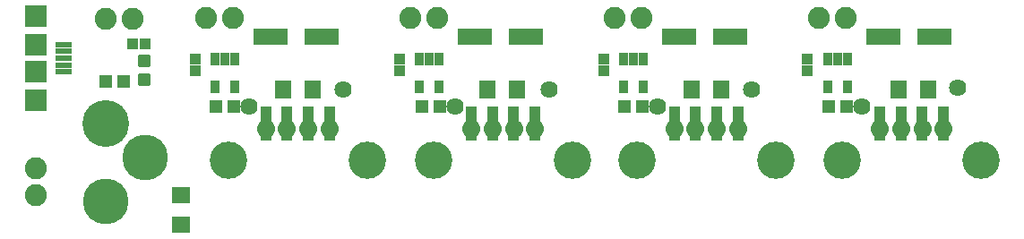
<source format=gts>
G75*
G70*
%OFA0B0*%
%FSLAX24Y24*%
%IPPOS*%
%LPD*%
%AMOC8*
5,1,8,0,0,1.08239X$1,22.5*
%
%ADD10C,0.1390*%
%ADD11R,0.0434X0.1261*%
%ADD12C,0.1740*%
%ADD13C,0.1700*%
%ADD14R,0.0513X0.0474*%
%ADD15R,0.0710X0.0631*%
%ADD16R,0.0352X0.0470*%
%ADD17R,0.0631X0.0218*%
%ADD18R,0.0828X0.0789*%
%ADD19R,0.0828X0.0828*%
%ADD20R,0.0434X0.0415*%
%ADD21R,0.1261X0.0631*%
%ADD22R,0.0631X0.0710*%
%ADD23C,0.0820*%
%ADD24C,0.0142*%
%ADD25R,0.0415X0.0434*%
%ADD26C,0.0640*%
%ADD27C,0.0671*%
D10*
X008715Y004600D03*
X013885Y004600D03*
X016365Y004600D03*
X021535Y004600D03*
X023915Y004600D03*
X029085Y004600D03*
X031565Y004600D03*
X036735Y004600D03*
D11*
X035331Y005958D03*
X034544Y005958D03*
X033756Y005958D03*
X032969Y005958D03*
X027681Y005958D03*
X026894Y005958D03*
X026106Y005958D03*
X025319Y005958D03*
X020131Y005958D03*
X019344Y005958D03*
X018556Y005958D03*
X017769Y005958D03*
X012481Y005958D03*
X011694Y005958D03*
X010906Y005958D03*
X010119Y005958D03*
D12*
X004150Y005964D03*
D13*
X005631Y004713D03*
X004160Y003081D03*
D14*
X008265Y006600D03*
X008935Y006600D03*
X004835Y007550D03*
X004165Y007550D03*
X015915Y006600D03*
X016585Y006600D03*
X023465Y006600D03*
X024135Y006600D03*
X031065Y006600D03*
X031735Y006600D03*
D15*
X006950Y002199D03*
X006950Y003301D03*
D16*
X008226Y007338D03*
X008974Y007338D03*
X008974Y008358D03*
X008600Y008358D03*
X008226Y008358D03*
X015826Y008358D03*
X016200Y008358D03*
X016574Y008358D03*
X016574Y007338D03*
X015826Y007338D03*
X023426Y007338D03*
X024174Y007338D03*
X024174Y008358D03*
X023800Y008358D03*
X023426Y008358D03*
X031026Y008358D03*
X031400Y008358D03*
X031774Y008358D03*
X031774Y007338D03*
X031026Y007338D03*
D17*
X002593Y007888D03*
X002593Y008144D03*
X002593Y008400D03*
X002593Y008656D03*
X002593Y008912D03*
D18*
X001550Y009975D03*
X001550Y006825D03*
D19*
X001550Y007900D03*
X001550Y008900D03*
D20*
X007500Y008378D03*
X007500Y007922D03*
X015100Y007922D03*
X015100Y008378D03*
X022700Y008378D03*
X022700Y007922D03*
X030250Y007922D03*
X030250Y008378D03*
D21*
X027395Y009200D03*
X025505Y009200D03*
X019795Y009200D03*
X017905Y009200D03*
X012195Y009200D03*
X010305Y009200D03*
X033105Y009200D03*
X034995Y009200D03*
D22*
X034751Y007250D03*
X033649Y007250D03*
X027051Y007250D03*
X025949Y007250D03*
X019451Y007250D03*
X018349Y007250D03*
X011851Y007250D03*
X010749Y007250D03*
D23*
X008900Y009900D03*
X007900Y009900D03*
X005170Y009880D03*
X004170Y009880D03*
X015500Y009900D03*
X016500Y009900D03*
X023100Y009900D03*
X024100Y009900D03*
X030700Y009900D03*
X031700Y009900D03*
X001550Y004300D03*
X001550Y003300D03*
D24*
X005434Y007439D02*
X005766Y007439D01*
X005434Y007439D02*
X005434Y007771D01*
X005766Y007771D01*
X005766Y007439D01*
X005766Y007580D02*
X005434Y007580D01*
X005434Y007721D02*
X005766Y007721D01*
X005766Y008129D02*
X005434Y008129D01*
X005434Y008461D01*
X005766Y008461D01*
X005766Y008129D01*
X005766Y008270D02*
X005434Y008270D01*
X005434Y008411D02*
X005766Y008411D01*
D25*
X005628Y008950D03*
X005172Y008950D03*
D26*
X013000Y007250D03*
X009500Y006600D03*
X017150Y006600D03*
X020650Y007250D03*
X024700Y006600D03*
X028200Y007250D03*
X032300Y006600D03*
X035850Y007300D03*
D27*
X035330Y005760D03*
X034550Y005760D03*
X033750Y005760D03*
X032970Y005760D03*
X027680Y005760D03*
X026900Y005760D03*
X026100Y005760D03*
X025320Y005760D03*
X020130Y005760D03*
X019350Y005760D03*
X018550Y005760D03*
X017770Y005760D03*
X012480Y005760D03*
X011700Y005760D03*
X010900Y005760D03*
X010120Y005760D03*
M02*

</source>
